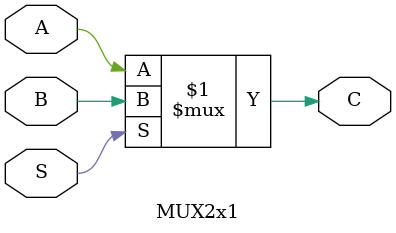
<source format=v>


module MUX2x1(input A, input B,input S, output C);

assign C=(S)?B:A;

endmodule
</source>
